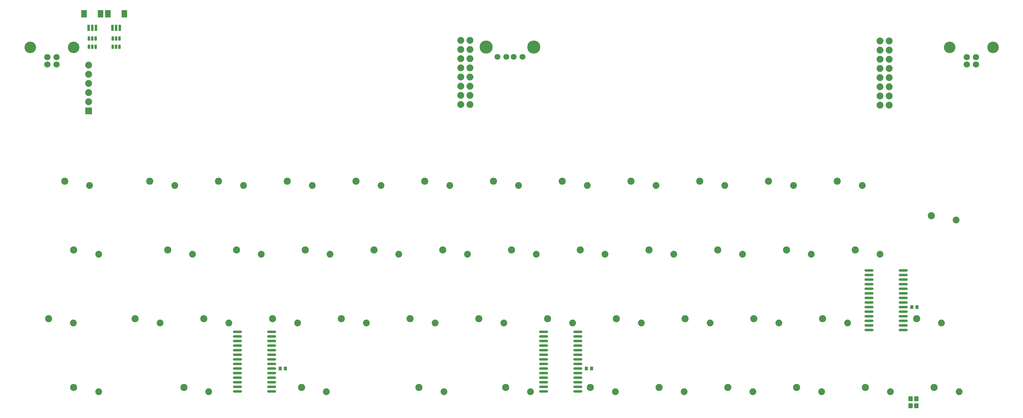
<source format=gbs>
G04 Layer: BottomSolderMaskLayer*
G04 EasyEDA v6.5.34, 2023-08-13 23:18:08*
G04 4af7dcaf46fa4c71bde35255d9dd92c6,5a6b42c53f6a479593ecc07194224c93,10*
G04 Gerber Generator version 0.2*
G04 Scale: 100 percent, Rotated: No, Reflected: No *
G04 Dimensions in millimeters *
G04 leading zeros omitted , absolute positions ,4 integer and 5 decimal *
%FSLAX45Y45*%
%MOMM*%

%AMMACRO1*1,1,$1,$2,$3*1,1,$1,$4,$5*1,1,$1,0-$2,0-$3*1,1,$1,0-$4,0-$5*20,1,$1,$2,$3,$4,$5,0*20,1,$1,$4,$5,0-$2,0-$3,0*20,1,$1,0-$2,0-$3,0-$4,0-$5,0*20,1,$1,0-$4,0-$5,$2,$3,0*4,1,4,$2,$3,$4,$5,0-$2,0-$3,0-$4,0-$5,$2,$3,0*%
%ADD10C,1.9812*%
%ADD11C,1.8796*%
%ADD12C,1.6342*%
%ADD13C,3.6533*%
%ADD14MACRO1,0.1016X0.4X0.45X-0.4X0.45*%
%ADD15MACRO1,0.2032X-0.5X-0.55X0.5X-0.55*%
%ADD16O,2.4896064X0.6755891999999999*%
%ADD17MACRO1,0.1016X0.266X0.536X-0.266X0.536*%
%ADD18MACRO1,0.1016X-0.3X-0.775X0.3X-0.775*%
%ADD19MACRO1,0.1016X-0.75X-1X0.75X-1*%
%ADD20C,3.2032*%
%ADD21C,1.7272*%
%ADD22C,1.9016*%
%ADD23MACRO1,0.1016X-0.9X0.9X0.9X0.9*%
%ADD24C,0.0159*%

%LPD*%
D10*
G01*
X1461312Y6715505D03*
D11*
G01*
X2151303Y6595490D03*
D10*
G01*
X3817213Y6715505D03*
D11*
G01*
X4507204Y6595490D03*
D10*
G01*
X5722213Y6715505D03*
D11*
G01*
X6412204Y6595490D03*
D10*
G01*
X7627213Y6715505D03*
D11*
G01*
X8317204Y6595490D03*
D10*
G01*
X9532213Y6715505D03*
D11*
G01*
X10222204Y6595490D03*
D10*
G01*
X11437213Y6715505D03*
D11*
G01*
X12127204Y6595490D03*
D10*
G01*
X13342188Y6715505D03*
D11*
G01*
X14032179Y6595490D03*
D10*
G01*
X15247213Y6715505D03*
D11*
G01*
X15937204Y6595490D03*
D10*
G01*
X17152188Y6715505D03*
D11*
G01*
X17842179Y6595490D03*
D10*
G01*
X19057188Y6715505D03*
D11*
G01*
X19747179Y6595490D03*
D10*
G01*
X20962188Y6715505D03*
D11*
G01*
X21652179Y6595490D03*
D10*
G01*
X22867188Y6715505D03*
D11*
G01*
X23557179Y6595490D03*
D10*
G01*
X25470713Y5763005D03*
D11*
G01*
X26160704Y5642990D03*
D10*
G01*
X1709013Y4810505D03*
D11*
G01*
X2399004Y4690490D03*
D10*
G01*
X4312513Y4810505D03*
D11*
G01*
X5002504Y4690490D03*
D10*
G01*
X6217513Y4810505D03*
D11*
G01*
X6907504Y4690490D03*
D10*
G01*
X8122513Y4810505D03*
D11*
G01*
X8812504Y4690490D03*
D10*
G01*
X10027513Y4810505D03*
D11*
G01*
X10717504Y4690490D03*
D10*
G01*
X11932513Y4810505D03*
D11*
G01*
X12622504Y4690490D03*
D10*
G01*
X13837513Y4810505D03*
D11*
G01*
X14527504Y4690490D03*
D10*
G01*
X15742513Y4810505D03*
D11*
G01*
X16432504Y4690490D03*
D10*
G01*
X17647513Y4810505D03*
D11*
G01*
X18337504Y4690490D03*
D10*
G01*
X19552513Y4810505D03*
D11*
G01*
X20242504Y4690490D03*
D10*
G01*
X21457513Y4810505D03*
D11*
G01*
X22147504Y4690490D03*
D10*
G01*
X23362513Y4810505D03*
D11*
G01*
X24052504Y4690490D03*
D10*
G01*
X1010513Y2905505D03*
D11*
G01*
X1700504Y2785490D03*
D10*
G01*
X3410813Y2905505D03*
D11*
G01*
X4100804Y2785490D03*
D10*
G01*
X5315813Y2905505D03*
D11*
G01*
X6005804Y2785490D03*
D10*
G01*
X7220813Y2905505D03*
D11*
G01*
X7910804Y2785490D03*
D10*
G01*
X9125813Y2905505D03*
D11*
G01*
X9815804Y2785490D03*
D10*
G01*
X11030813Y2905505D03*
D11*
G01*
X11720804Y2785490D03*
D10*
G01*
X12935813Y2905505D03*
D11*
G01*
X13625804Y2785490D03*
D10*
G01*
X14840813Y2905505D03*
D11*
G01*
X15530804Y2785490D03*
D10*
G01*
X16745813Y2905505D03*
D11*
G01*
X17435804Y2785490D03*
D10*
G01*
X18650813Y2905505D03*
D11*
G01*
X19340804Y2785490D03*
D10*
G01*
X20555813Y2905505D03*
D11*
G01*
X21245804Y2785490D03*
D10*
G01*
X22460813Y2905505D03*
D11*
G01*
X23150804Y2785490D03*
D10*
G01*
X25064313Y2905505D03*
D11*
G01*
X25754304Y2785490D03*
D10*
G01*
X1709013Y1000505D03*
D11*
G01*
X2399004Y880490D03*
D10*
G01*
X4763312Y1000505D03*
D11*
G01*
X5453303Y880490D03*
D10*
G01*
X8020913Y1000505D03*
D11*
G01*
X8710904Y880490D03*
D10*
G01*
X11278412Y1000505D03*
D11*
G01*
X11968403Y880490D03*
D10*
G01*
X13678712Y1000505D03*
D11*
G01*
X14368703Y880490D03*
D10*
G01*
X16028212Y1000505D03*
D11*
G01*
X16718203Y880490D03*
D10*
G01*
X17933212Y1000505D03*
D11*
G01*
X18623203Y880490D03*
D10*
G01*
X19838212Y1000505D03*
D11*
G01*
X20528203Y880490D03*
D10*
G01*
X21743212Y1000505D03*
D11*
G01*
X22433203Y880490D03*
D10*
G01*
X23648212Y1000505D03*
D11*
G01*
X24338203Y880490D03*
D10*
G01*
X25553212Y1000505D03*
D11*
G01*
X26243203Y880490D03*
D12*
G01*
X13449300Y10160000D03*
G01*
X13699286Y10160000D03*
G01*
X13899286Y10160000D03*
G01*
X14149298Y10160000D03*
D13*
G01*
X13142290Y10430992D03*
G01*
X14456308Y10430992D03*
D14*
G01*
X7435700Y1524000D03*
G01*
X7575699Y1524000D03*
G01*
X15919300Y1524000D03*
G01*
X16059299Y1524000D03*
G01*
X24936300Y3225800D03*
G01*
X25076299Y3225800D03*
D15*
G01*
X25060907Y495300D03*
G01*
X24900907Y495300D03*
G01*
X25060907Y685800D03*
G01*
X24900907Y685800D03*
D16*
G01*
X24693295Y4241800D03*
G01*
X24693295Y4114800D03*
G01*
X24693295Y3987800D03*
G01*
X24693295Y3860800D03*
G01*
X24693295Y3733800D03*
G01*
X24693295Y3606800D03*
G01*
X24693295Y3479800D03*
G01*
X24693295Y3352800D03*
G01*
X24693295Y3225800D03*
G01*
X24693295Y3098800D03*
G01*
X24693295Y2971800D03*
G01*
X24693295Y2844800D03*
G01*
X24693295Y2717800D03*
G01*
X24693295Y2590800D03*
G01*
X23744504Y4241800D03*
G01*
X23744504Y4114800D03*
G01*
X23744504Y3987800D03*
G01*
X23744504Y3860800D03*
G01*
X23744504Y3733800D03*
G01*
X23744504Y3606800D03*
G01*
X23744504Y3479800D03*
G01*
X23744504Y3352800D03*
G01*
X23744504Y3225800D03*
G01*
X23744504Y3098800D03*
G01*
X23744504Y2971800D03*
G01*
X23744504Y2844800D03*
G01*
X23744504Y2717800D03*
G01*
X23744504Y2590800D03*
D17*
G01*
X2977895Y10438790D03*
G01*
X2882900Y10438790D03*
G01*
X2787904Y10438790D03*
G01*
X2787904Y10668609D03*
G01*
X2882900Y10668609D03*
G01*
X2977895Y10668609D03*
G01*
X2317495Y10438790D03*
G01*
X2222500Y10438790D03*
G01*
X2127504Y10438790D03*
G01*
X2127504Y10668609D03*
G01*
X2222500Y10668609D03*
G01*
X2317495Y10668609D03*
D18*
G01*
X2782900Y10969548D03*
G01*
X2882900Y10969548D03*
G01*
X2982899Y10969548D03*
D19*
G01*
X3112900Y11357048D03*
G01*
X2652901Y11357048D03*
D18*
G01*
X2122500Y10969548D03*
G01*
X2222500Y10969548D03*
G01*
X2322499Y10969548D03*
D19*
G01*
X2452500Y11357048D03*
G01*
X1992501Y11357048D03*
D16*
G01*
X7192695Y2540000D03*
G01*
X7192695Y2413000D03*
G01*
X7192695Y2286000D03*
G01*
X7192695Y2159000D03*
G01*
X7192695Y2032000D03*
G01*
X7192695Y1905000D03*
G01*
X7192695Y1778000D03*
G01*
X7192695Y1651000D03*
G01*
X7192695Y1524000D03*
G01*
X7192695Y1397000D03*
G01*
X7192695Y1270000D03*
G01*
X7192695Y1143000D03*
G01*
X7192695Y1016000D03*
G01*
X7192695Y889000D03*
G01*
X6243904Y2540000D03*
G01*
X6243904Y2413000D03*
G01*
X6243904Y2286000D03*
G01*
X6243904Y2159000D03*
G01*
X6243904Y2032000D03*
G01*
X6243904Y1905000D03*
G01*
X6243904Y1778000D03*
G01*
X6243904Y1651000D03*
G01*
X6243904Y1524000D03*
G01*
X6243904Y1397000D03*
G01*
X6243904Y1270000D03*
G01*
X6243904Y1143000D03*
G01*
X6243904Y1016000D03*
G01*
X6243904Y889000D03*
G01*
X15676295Y2540000D03*
G01*
X15676295Y2413000D03*
G01*
X15676295Y2286000D03*
G01*
X15676295Y2159000D03*
G01*
X15676295Y2032000D03*
G01*
X15676295Y1905000D03*
G01*
X15676295Y1778000D03*
G01*
X15676295Y1651000D03*
G01*
X15676295Y1524000D03*
G01*
X15676295Y1397000D03*
G01*
X15676295Y1270000D03*
G01*
X15676295Y1143000D03*
G01*
X15676295Y1016000D03*
G01*
X15676295Y889000D03*
G01*
X14727504Y2540000D03*
G01*
X14727504Y2413000D03*
G01*
X14727504Y2286000D03*
G01*
X14727504Y2159000D03*
G01*
X14727504Y2032000D03*
G01*
X14727504Y1905000D03*
G01*
X14727504Y1778000D03*
G01*
X14727504Y1651000D03*
G01*
X14727504Y1524000D03*
G01*
X14727504Y1397000D03*
G01*
X14727504Y1270000D03*
G01*
X14727504Y1143000D03*
G01*
X14727504Y1016000D03*
G01*
X14727504Y889000D03*
D20*
G01*
X502920Y10420883D03*
G01*
X1706930Y10420883D03*
D21*
G01*
X1229918Y10149890D03*
G01*
X979931Y10149890D03*
G01*
X979931Y9949891D03*
G01*
X1229918Y9949891D03*
D20*
G01*
X25979094Y10420883D03*
G01*
X27183105Y10420883D03*
D21*
G01*
X26706093Y10149890D03*
G01*
X26456106Y10149890D03*
G01*
X26456106Y9949891D03*
G01*
X26706093Y9949891D03*
D22*
G01*
X12687300Y10617200D03*
G01*
X12433300Y10617200D03*
G01*
X12687300Y10363200D03*
G01*
X12433300Y10363200D03*
G01*
X12433300Y10109200D03*
G01*
X12687300Y10109200D03*
G01*
X12433300Y9855200D03*
G01*
X12687300Y9855200D03*
G01*
X12433300Y9601200D03*
G01*
X12687300Y9601200D03*
G01*
X12433300Y9347200D03*
G01*
X12687300Y9347200D03*
G01*
X12433300Y9093200D03*
G01*
X12687300Y9093200D03*
G01*
X12433300Y8839200D03*
G01*
X12687300Y8839200D03*
G01*
X24307800Y8826500D03*
G01*
X24053800Y8826500D03*
G01*
X24307800Y9080500D03*
G01*
X24053800Y9080500D03*
G01*
X24307800Y9334500D03*
G01*
X24053800Y9334500D03*
G01*
X24307800Y9588500D03*
G01*
X24053800Y9588500D03*
G01*
X24307800Y9842500D03*
G01*
X24053800Y9842500D03*
G01*
X24307800Y10096500D03*
G01*
X24053800Y10096500D03*
G01*
X24053800Y10350500D03*
G01*
X24307800Y10350500D03*
G01*
X24053800Y10604500D03*
G01*
X24307800Y10604500D03*
D23*
G01*
X2120900Y8661400D03*
D22*
G01*
X2120900Y8915400D03*
G01*
X2120900Y9169400D03*
G01*
X2120900Y9423400D03*
G01*
X2120900Y9677400D03*
G01*
X2120900Y9931400D03*
M02*

</source>
